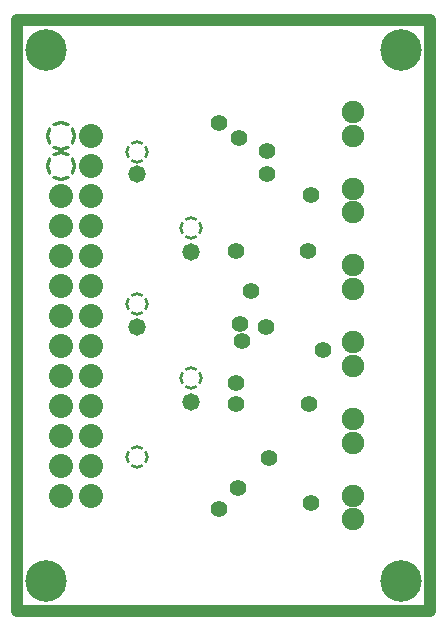
<source format=gbr>
G04*
G04 #@! TF.GenerationSoftware,Altium Limited,Altium Designer,22.4.2 (48)*
G04*
G04 Layer_Physical_Order=3*
G04 Layer_Color=128*
%FSLAX44Y44*%
%MOMM*%
G71*
G04*
G04 #@! TF.SameCoordinates,3F8D2DE9-6248-4815-85C5-7CB1FE07798D*
G04*
G04*
G04 #@! TF.FilePolarity,Negative*
G04*
G01*
G75*
%ADD39C,1.0160*%
%ADD40C,1.9160*%
%ADD41C,2.0320*%
G04:AMPARAMS|DCode=42|XSize=2.54mm|YSize=2.54mm|CornerRadius=0mm|HoleSize=0mm|Usage=FLASHONLY|Rotation=0.000|XOffset=0mm|YOffset=0mm|HoleType=Round|Shape=Relief|Width=0.254mm|Gap=0.254mm|Entries=4|*
%AMTHD42*
7,0,0,2.5400,2.0320,0.2540,45*
%
%ADD42THD42*%
%ADD43C,3.5160*%
%ADD44C,1.3970*%
G04:AMPARAMS|DCode=45|XSize=1.9812mm|YSize=1.9812mm|CornerRadius=0mm|HoleSize=0mm|Usage=FLASHONLY|Rotation=0.000|XOffset=0mm|YOffset=0mm|HoleType=Round|Shape=Relief|Width=0.254mm|Gap=0.254mm|Entries=4|*
%AMTHD45*
7,0,0,1.9812,1.4732,0.2540,45*
%
%ADD45THD45*%
%ADD47C,1.4732*%
D39*
X0Y0D02*
X350000D01*
Y500000D01*
X0Y500000D02*
X350000Y500000D01*
X0Y0D02*
Y500000D01*
D40*
X285000Y422500D02*
D03*
Y402500D02*
D03*
Y227500D02*
D03*
Y207500D02*
D03*
Y357500D02*
D03*
Y337500D02*
D03*
Y272500D02*
D03*
Y292500D02*
D03*
Y97500D02*
D03*
Y77500D02*
D03*
Y142500D02*
D03*
Y162500D02*
D03*
D41*
X62700Y123000D02*
D03*
X37300Y123000D02*
D03*
Y97600D02*
D03*
X62700D02*
D03*
Y148400D02*
D03*
X37300Y148400D02*
D03*
X62700Y326200D02*
D03*
X62700Y275400D02*
D03*
Y250000D02*
D03*
Y300800D02*
D03*
X37300Y300800D02*
D03*
Y351600D02*
D03*
X37300Y250000D02*
D03*
X37300Y275400D02*
D03*
Y326200D02*
D03*
X62700Y351600D02*
D03*
X37300Y224600D02*
D03*
X62700D02*
D03*
Y173800D02*
D03*
X37300D02*
D03*
Y199200D02*
D03*
X62700Y199200D02*
D03*
X62700Y402400D02*
D03*
X62700Y377000D02*
D03*
D42*
X37300Y402400D02*
D03*
Y377000D02*
D03*
D43*
X25000Y475000D02*
D03*
X325000D02*
D03*
Y25000D02*
D03*
X25000D02*
D03*
D44*
X248920Y91790D02*
D03*
X171450Y86360D02*
D03*
X187500Y103750D02*
D03*
X190500Y228600D02*
D03*
X189230Y242570D02*
D03*
X210820Y240030D02*
D03*
X198100Y270510D02*
D03*
X212090Y370250D02*
D03*
Y389750D02*
D03*
X187960Y400050D02*
D03*
X213360Y129750D02*
D03*
X247650Y175260D02*
D03*
X185400D02*
D03*
X246380Y304800D02*
D03*
X185400Y193060D02*
D03*
X185420Y304680D02*
D03*
X259080Y220980D02*
D03*
X248920Y351790D02*
D03*
X171000Y413500D02*
D03*
D45*
X101610Y388366D02*
D03*
X101610Y130000D02*
D03*
X147320Y196850D02*
D03*
X101610Y260000D02*
D03*
X147310Y323840D02*
D03*
D47*
X101590Y240140D02*
D03*
X101590Y370000D02*
D03*
X147300Y176850D02*
D03*
X147290Y303490D02*
D03*
M02*

</source>
